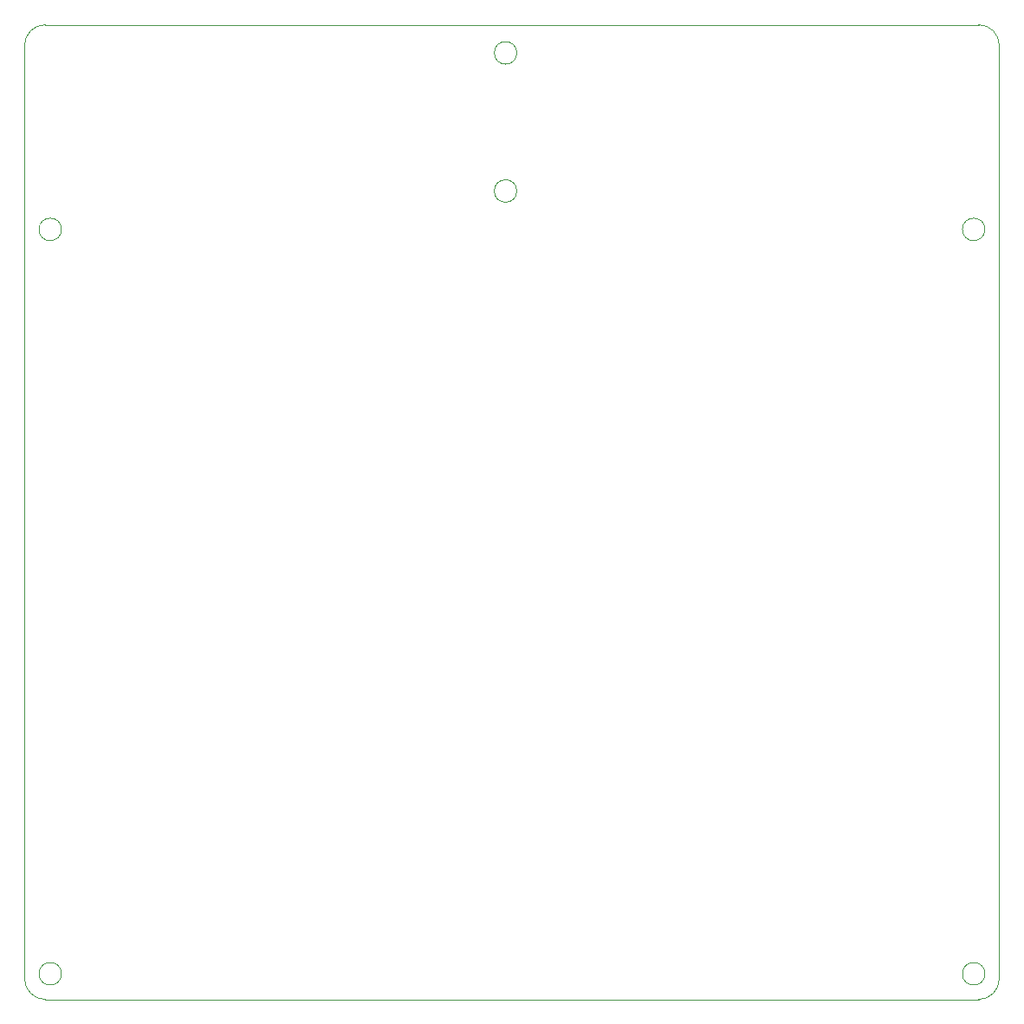
<source format=gbr>
%TF.GenerationSoftware,KiCad,Pcbnew,(5.1.9)-1*%
%TF.CreationDate,2021-02-13T13:30:33+09:00*%
%TF.ProjectId,yuiop22rs,7975696f-7032-4327-9273-2e6b69636164,1*%
%TF.SameCoordinates,Original*%
%TF.FileFunction,Profile,NP*%
%FSLAX46Y46*%
G04 Gerber Fmt 4.6, Leading zero omitted, Abs format (unit mm)*
G04 Created by KiCad (PCBNEW (5.1.9)-1) date 2021-02-13 13:30:33*
%MOMM*%
%LPD*%
G01*
G04 APERTURE LIST*
%TA.AperFunction,Profile*%
%ADD10C,0.050000*%
%TD*%
G04 APERTURE END LIST*
D10*
X98100000Y-52750000D02*
G75*
G03*
X98100000Y-52750000I-1100000J0D01*
G01*
X98100000Y-66250000D02*
G75*
G03*
X98100000Y-66250000I-1100000J0D01*
G01*
X53600000Y-70000000D02*
G75*
G03*
X53600000Y-70000000I-1100000J0D01*
G01*
X143850000Y-70000000D02*
G75*
G03*
X143850000Y-70000000I-1100000J0D01*
G01*
X143850000Y-142750000D02*
G75*
G03*
X143850000Y-142750000I-1100000J0D01*
G01*
X53600000Y-142750000D02*
G75*
G03*
X53600000Y-142750000I-1100000J0D01*
G01*
X143250000Y-50000000D02*
G75*
G02*
X145250000Y-52000000I0J-2000000D01*
G01*
X145250000Y-143250000D02*
G75*
G02*
X143250000Y-145250000I-2000000J0D01*
G01*
X52000000Y-145250000D02*
G75*
G02*
X50000000Y-143250000I0J2000000D01*
G01*
X50000000Y-52000000D02*
G75*
G02*
X52000000Y-50000000I2000000J0D01*
G01*
X143250000Y-50000000D02*
X52000000Y-50000000D01*
X145250000Y-143250000D02*
X145250000Y-52000000D01*
X52000000Y-145250000D02*
X143250000Y-145250000D01*
X50000000Y-52000000D02*
X50000000Y-143250000D01*
M02*

</source>
